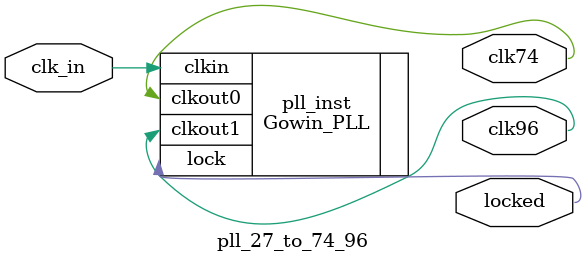
<source format=sv>
module pll_27_to_74_96 (
    input  wire clk_in,
    output wire clk74,
    output wire clk96,
    output wire locked
);

    // PLL parameters
    parameter CLKIN_PERIOD = 37.037;  // 27MHz
    parameter CLKOUT0_DIVIDE = 4;     // 74.25MHz
    parameter CLKOUT1_DIVIDE = 3;     // 96MHz

    // PLL primitive
    Gowin_PLL pll_inst (
        .clkout0(clk74),
        .clkout1(clk96),
        .lock(locked),
        .clkin(clk_in)
    );

    defparam pll_inst.CLKIN_PERIOD = CLKIN_PERIOD;
    defparam pll_inst.CLKOUT0_DIVIDE = CLKOUT0_DIVIDE;
    defparam pll_inst.CLKOUT1_DIVIDE = CLKOUT1_DIVIDE;

endmodule 
</source>
